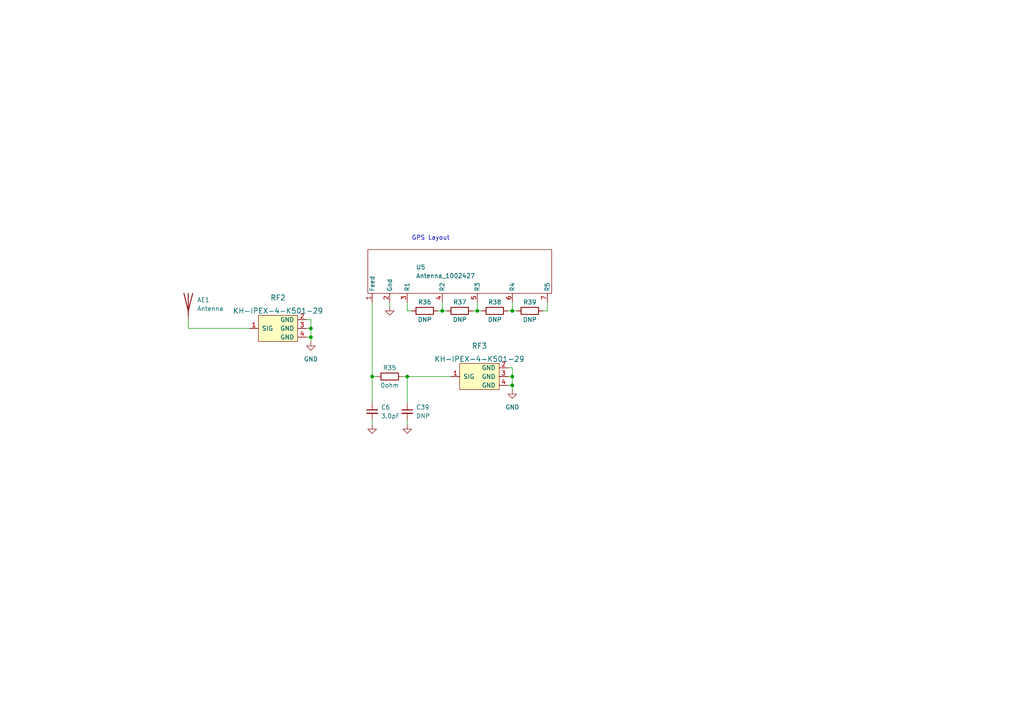
<source format=kicad_sch>
(kicad_sch (version 20211123) (generator eeschema)
  (paper "A4")
  (lib_symbols
    (symbol "Device:Antenna" (pin_numbers hide) (pin_names (offset 1.016) hide)
      (property "Reference" "AE" (at -1.905 1.905 0))
      (property "Value" "Antenna" (at -1.905 0 0))
      (symbol "Antenna_0_1"
        (polyline (pts (xy 0 2.54) (xy 0 -3.81)) (stroke (width 0.254)))
        (polyline (pts (xy 1.27 2.54) (xy 0 -2.54) (xy -1.27 2.54)) (stroke (width 0.254)))
      )
      (symbol "Antenna_1_1"
        (pin input line (at 0 -5.08 90) (length 2.54) (name "A") (number "1"))
      )
    )
    (symbol "Device:C_Small" (pin_numbers hide) (pin_names (offset 0.254) hide)
      (property "Reference" "C" (at 0.254 1.778 0))
      (property "Value" "C_Small" (at 0.254 -2.032 0))
      (symbol "C_Small_0_1"
        (polyline (pts (xy -1.524 -0.508) (xy 1.524 -0.508)) (stroke (width 0.3302)))
        (polyline (pts (xy -1.524 0.508) (xy 1.524 0.508)) (stroke (width 0.3048)))
      )
      (symbol "C_Small_1_1"
        (pin passive line (at 0 2.54 270) (length 2.032) (name "~") (number "1"))
        (pin passive line (at 0 -2.54 90) (length 2.032) (name "~") (number "2"))
      )
    )
    (symbol "Device:R" (pin_numbers hide) (pin_names (offset 0))
      (property "Reference" "R" (at 2.032 0 90))
      (property "Value" "R" (at 0 0 90))
      (symbol "R_0_1"
        (rectangle (start -1.016 -2.54) (end 1.016 2.54) (stroke (width 0.254)))
      )
      (symbol "R_1_1"
        (pin passive line (at 0 3.81 270) (length 1.27) (name "~") (number "1"))
        (pin passive line (at 0 -3.81 90) (length 1.27) (name "~") (number "2"))
      )
    )
    (symbol "KH-IPEX-4-K501-29_2" (pin_names (offset 1.016))
      (property "Reference" "RF?" (at 0 17.78 0))
      (property "Value" "KH-IPEX-4-K501-29_2" (at 0 -12.7 0))
      (symbol "KH-IPEX-4-K501-29_2_1_1"
        (rectangle (start -6.35 3.81) (end 5.08 -3.81) (fill (type background)))
        (pin passive line (at -8.89 0 0) (length 2.54) (name "SIG") (number "1"))
        (pin passive line (at 7.62 2.54 180) (length 2.54) (name "GND") (number "2"))
        (pin passive line (at 7.62 0 180) (length 2.54) (name "GND") (number "3"))
        (pin passive line (at 7.62 -2.54 180) (length 2.54) (name "GND") (number "4"))
      )
    )
    (symbol "KH-IPEX-4-K501-29_3" (pin_names (offset 1.016))
      (property "Reference" "RF?" (at 0 17.78 0))
      (property "Value" "KH-IPEX-4-K501-29_3" (at 0 -12.7 0))
      (symbol "KH-IPEX-4-K501-29_3_1_1"
        (rectangle (start -6.35 3.81) (end 5.08 -3.81) (fill (type background)))
        (pin passive line (at -8.89 0 0) (length 2.54) (name "SIG") (number "1"))
        (pin passive line (at 7.62 2.54 180) (length 2.54) (name "GND") (number "2"))
        (pin passive line (at 7.62 0 180) (length 2.54) (name "GND") (number "3"))
        (pin passive line (at 7.62 -2.54 180) (length 2.54) (name "GND") (number "4"))
      )
    )
    (symbol "cacophony-symbols:Antenna_1002427"
      (property "Reference" "U" (at 0 11.43 0))
      (property "Value" "Antenna_1002427" (at 0 8.89 0))
      (symbol "Antenna_1002427_0_1"
        (rectangle (start -6.35 6.35) (end 46.99 -6.35))
      )
      (symbol "Antenna_1002427_1_1"
        (pin passive line (at -5.08 -8.89 90) (length 2.54) (name "Feed") (number "1"))
        (pin passive line (at 0 -8.89 90) (length 2.54) (name "Gnd") (number "2"))
        (pin passive line (at 5.08 -8.89 90) (length 2.54) (name "R1") (number "3"))
        (pin passive line (at 15.24 -8.89 90) (length 2.54) (name "R2") (number "4"))
        (pin passive line (at 25.4 -8.89 90) (length 2.54) (name "R3") (number "5"))
        (pin passive line (at 35.56 -8.89 90) (length 2.54) (name "R4") (number "6"))
        (pin passive line (at 45.72 -8.89 90) (length 2.54) (name "R5") (number "7"))
      )
    )
    (symbol "power:GND" (power) (pin_names (offset 0))
      (property "Value" "GND" (at 0 -3.81 0))
      (symbol "GND_0_1"
        (polyline (pts (xy 0 0) (xy 0 -1.27) (xy 1.27 -1.27) (xy 0 -2.54) (xy -1.27 -1.27) (xy 0 -1.27)))
      )
      (symbol "GND_1_1"
        (pin power_in line (at 0 0 270) (length 0) hide (name "GND") (number "1"))
      )
    )
  )
  (junction (at 148.59 90.17))
  (junction (at 148.59 111.76))
  (junction (at 90.17 95.25))
  (junction (at 118.11 109.22))
  (junction (at 107.95 109.22))
  (junction (at 90.17 97.79))
  (junction (at 138.43 90.17))
  (junction (at 148.59 109.22))
  (junction (at 128.27 90.17))
  (wire (pts (xy 107.95 121.92) (xy 107.95 123.19)))
  (wire (pts (xy 118.11 109.22) (xy 130.81 109.22)))
  (wire (pts (xy 54.61 95.25) (xy 54.61 92.71)))
  (wire (pts (xy 148.59 109.22) (xy 147.32 109.22)))
  (wire (pts (xy 107.95 87.63) (xy 107.95 109.22)))
  (wire (pts (xy 148.59 111.76) (xy 148.59 109.22)))
  (wire (pts (xy 137.16 90.17) (xy 138.43 90.17)))
  (wire (pts (xy 118.11 87.63) (xy 118.11 90.17)))
  (wire (pts (xy 90.17 97.79) (xy 90.17 95.25)))
  (wire (pts (xy 90.17 92.71) (xy 88.9 92.71)))
  (wire (pts (xy 116.84 109.22) (xy 118.11 109.22)))
  (wire (pts (xy 148.59 109.22) (xy 148.59 106.68)))
  (wire (pts (xy 118.11 109.22) (xy 118.11 116.84)))
  (wire (pts (xy 128.27 90.17) (xy 129.54 90.17)))
  (wire (pts (xy 138.43 90.17) (xy 139.7 90.17)))
  (wire (pts (xy 113.03 87.63) (xy 113.03 88.9)))
  (wire (pts (xy 128.27 87.63) (xy 128.27 90.17)))
  (wire (pts (xy 157.48 90.17) (xy 158.75 90.17)))
  (wire (pts (xy 148.59 87.63) (xy 148.59 90.17)))
  (wire (pts (xy 72.39 95.25) (xy 54.61 95.25)))
  (wire (pts (xy 119.38 90.17) (xy 118.11 90.17)))
  (wire (pts (xy 138.43 87.63) (xy 138.43 90.17)))
  (wire (pts (xy 90.17 99.06) (xy 90.17 97.79)))
  (wire (pts (xy 147.32 90.17) (xy 148.59 90.17)))
  (wire (pts (xy 90.17 95.25) (xy 90.17 92.71)))
  (wire (pts (xy 148.59 113.03) (xy 148.59 111.76)))
  (wire (pts (xy 107.95 109.22) (xy 107.95 116.84)))
  (wire (pts (xy 158.75 90.17) (xy 158.75 87.63)))
  (wire (pts (xy 90.17 97.79) (xy 88.9 97.79)))
  (wire (pts (xy 127 90.17) (xy 128.27 90.17)))
  (wire (pts (xy 118.11 121.92) (xy 118.11 123.19)))
  (wire (pts (xy 148.59 106.68) (xy 147.32 106.68)))
  (wire (pts (xy 90.17 95.25) (xy 88.9 95.25)))
  (wire (pts (xy 148.59 90.17) (xy 149.86 90.17)))
  (wire (pts (xy 107.95 109.22) (xy 109.22 109.22)))
  (wire (pts (xy 148.59 111.76) (xy 147.32 111.76)))
  (text "GPS Layout" (at 119.38 69.85 0) (effects (font (size 1.27 1.27)) (justify left bottom)))
  (symbol (lib_name "KH-IPEX-4-K501-29_3") (lib_id "cacophony-symbols:KH-IPEX-4-K501-29") (at 139.7 109.22 0) (unit 1)
    (property "Reference" "RF3" (at 139.065 100.33 0) (effects (font (size 1.524 1.524))))
    (property "Value" "KH-IPEX-4-K501-29" (at 139.065 104.14 0) (effects (font (size 1.524 1.524))))
    (property "Footprint" "cacophony-footprints:IPEX4-SMD_4P-L1.8-W1.7-LS2.0-L_KH-IPEX4-2020" (effects hide))
    (property "Datasheet" "https://lcsc.com/product-detail/RF-Connectors-Coaxial-Connectors_Shenzhen-Kinghelm-Elec-KH-IPEX-K501-29_C411563.html" (effects hide))
    (property "Manufacturer" "Shenzhen Kinghelm Elec" (effects hide))
    (property "LCSC" "C530666" (effects hide))
    (property "JLC Part" "Extended Part" (effects hide))
  )
  (symbol (lib_id "Device:R") (at 133.35 90.17 90) (unit 1)
    (property "Reference" "R37" (at 133.35 87.63 90))
    (property "Value" "DNP" (at 133.35 92.71 90))
    (property "Footprint" "Resistor_SMD:R_0402_1005Metric" (effects hide))
  )
  (symbol (lib_id "power:GND") (at 148.59 113.03 0) (unit 1)
    (property "Reference" "#PWR013" (effects hide))
    (property "Value" "GND" (at 148.59 118.11 0))
  )
  (symbol (lib_id "Device:R") (at 113.03 109.22 90) (unit 1)
    (property "Reference" "R35" (at 113.03 106.68 90))
    (property "Value" "0ohm" (at 113.03 111.76 90))
    (property "Footprint" "Resistor_SMD:R_0402_1005Metric" (effects hide))
    (property "LCSC" "C17168" (effects hide))
  )
  (symbol (lib_id "Device:Antenna") (at 54.61 87.63 0) (unit 1)
    (property "Reference" "AE1" (at 57.15 86.9949 0) (effects (justify left)))
    (property "Value" "Antenna" (at 57.15 89.5349 0) (effects (justify left)))
    (property "Footprint" "cacophony-footprints:ANT-8_9-PW-LPN" (effects hide))
  )
  (symbol (lib_id "power:GND") (at 107.95 123.19 0) (unit 1)
    (property "Reference" "#PWR010" (effects hide))
    (property "Value" "GND" (effects hide))
  )
  (symbol (lib_id "power:GND") (at 118.11 123.19 0) (unit 1)
    (property "Reference" "#PWR012" (effects hide))
    (property "Value" "GND" (effects hide))
  )
  (symbol (lib_id "Device:C_Small") (at 107.95 119.38 0) (unit 1)
    (property "Reference" "C6" (at 110.49 118.1162 0) (effects (justify left)))
    (property "Value" "3.0pF" (at 110.49 120.6562 0) (effects (justify left)))
    (property "Footprint" "Capacitor_SMD:C_0402_1005Metric" (effects hide))
    (property "LCSC" "C318583" (effects hide))
  )
  (symbol (lib_name "KH-IPEX-4-K501-29_2") (lib_id "cacophony-symbols:KH-IPEX-4-K501-29") (at 81.28 95.25 0) (unit 1)
    (property "Reference" "RF2" (at 80.645 86.36 0) (effects (font (size 1.524 1.524))))
    (property "Value" "KH-IPEX-4-K501-29" (at 80.645 90.17 0) (effects (font (size 1.524 1.524))))
    (property "Footprint" "cacophony-footprints:IPEX4-SMD_4P-L1.8-W1.7-LS2.0-L_KH-IPEX4-2020" (effects hide))
    (property "Datasheet" "https://lcsc.com/product-detail/RF-Connectors-Coaxial-Connectors_Shenzhen-Kinghelm-Elec-KH-IPEX-K501-29_C411563.html" (effects hide))
    (property "Manufacturer" "Shenzhen Kinghelm Elec" (effects hide))
    (property "LCSC" "C530666" (effects hide))
    (property "JLC Part" "Extended Part" (effects hide))
  )
  (symbol (lib_id "Device:R") (at 143.51 90.17 90) (unit 1)
    (property "Reference" "R38" (at 143.51 87.63 90))
    (property "Value" "DNP" (at 143.51 92.71 90))
    (property "Footprint" "Resistor_SMD:R_0402_1005Metric" (effects hide))
  )
  (symbol (lib_id "Device:R") (at 123.19 90.17 90) (unit 1)
    (property "Reference" "R36" (at 123.19 87.63 90))
    (property "Value" "DNP" (at 123.19 92.71 90))
    (property "Footprint" "Resistor_SMD:R_0402_1005Metric" (effects hide))
  )
  (symbol (lib_id "Device:C_Small") (at 118.11 119.38 0) (unit 1)
    (property "Reference" "C39" (at 120.65 118.1162 0) (effects (justify left)))
    (property "Value" "DNP" (at 120.65 120.6562 0) (effects (justify left)))
    (property "Footprint" "Capacitor_SMD:C_0402_1005Metric" (effects hide))
    (property "LCSC" "C76903" (effects hide))
  )
  (symbol (lib_id "Device:R") (at 153.67 90.17 90) (unit 1)
    (property "Reference" "R39" (at 153.67 87.63 90))
    (property "Value" "DNP" (at 153.67 92.71 90))
    (property "Footprint" "Resistor_SMD:R_0402_1005Metric" (effects hide))
  )
  (symbol (lib_id "power:GND") (at 90.17 99.06 0) (unit 1)
    (property "Reference" "#PWR09" (effects hide))
    (property "Value" "GND" (at 90.17 104.14 0))
  )
  (symbol (lib_id "cacophony-symbols:Antenna_1002427") (at 113.03 78.74 0) (unit 1)
    (property "Reference" "U5" (at 120.65 77.4699 0) (effects (justify left)))
    (property "Value" "Antenna_1002427" (at 120.65 80.0099 0) (effects (justify left)))
    (property "Footprint" "cacophony-footprints:ANTENNA_1002427_GPS" (effects hide))
    (property "Datasheet" "https://www.kyocera-avx.com/docs/techinfo/ApplicationNotes/Antenna-AppNotes/AVX-E_AppNote-1002427.pdf" (effects hide))
  )
  (symbol (lib_id "power:GND") (at 113.03 88.9 0) (unit 1)
    (property "Reference" "#PWR011" (effects hide))
    (property "Value" "GND" (effects hide))
  )
)
</source>
